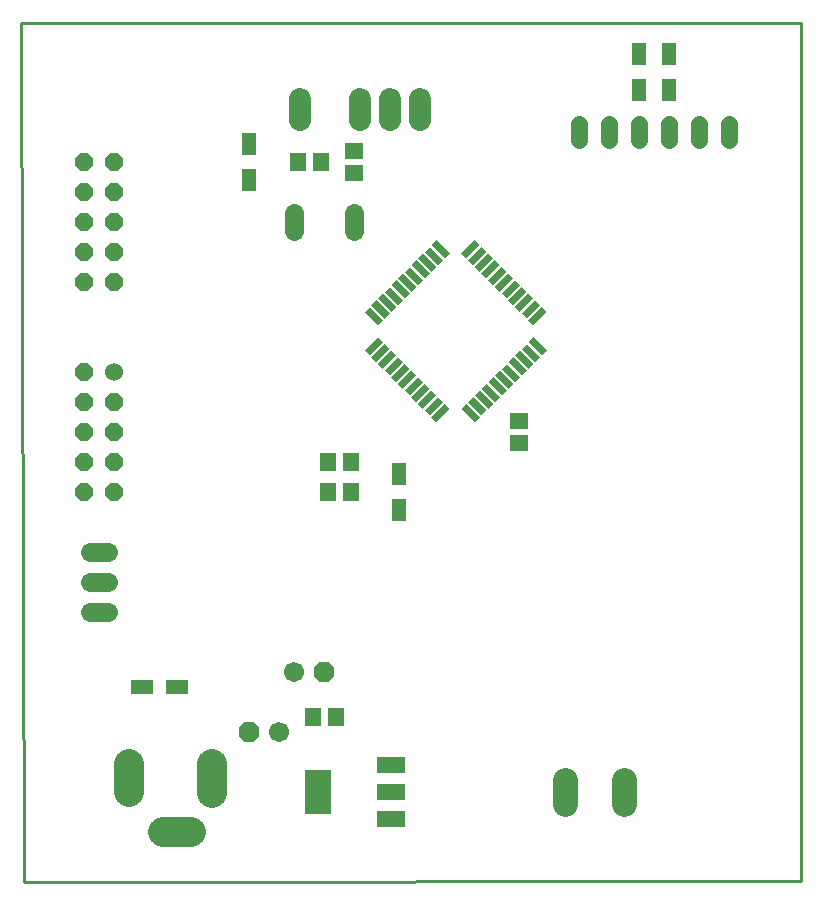
<source format=gbs>
G75*
%MOIN*%
%OFA0B0*%
%FSLAX25Y25*%
%IPPOS*%
%LPD*%
%AMOC8*
5,1,8,0,0,1.08239X$1,22.5*
%
%ADD10C,0.00000*%
%ADD11C,0.01000*%
%ADD12C,0.06700*%
%ADD13OC8,0.06700*%
%ADD14C,0.06000*%
%ADD15OC8,0.06000*%
%ADD16C,0.05600*%
%ADD17C,0.06400*%
%ADD18C,0.09849*%
%ADD19C,0.07400*%
%ADD20R,0.06306X0.02369*%
%ADD21R,0.02369X0.06306*%
%ADD22R,0.05124X0.07487*%
%ADD23R,0.07487X0.05124*%
%ADD24R,0.09199X0.05199*%
%ADD25R,0.09061X0.14573*%
%ADD26R,0.06306X0.05518*%
%ADD27R,0.05518X0.06306*%
%ADD28C,0.08200*%
D10*
X0247600Y0001984D02*
X0261600Y0002284D01*
D11*
X0002600Y0001984D02*
X0001500Y0288384D01*
X0261500Y0288384D01*
X0261600Y0002284D01*
X0002600Y0001984D01*
D12*
X0087600Y0051984D03*
X0092600Y0071984D03*
D13*
X0102600Y0071984D03*
X0077600Y0051984D03*
D14*
X0032600Y0171984D03*
D15*
X0032600Y0161984D03*
X0032600Y0151984D03*
X0032600Y0141984D03*
X0032600Y0131984D03*
X0022600Y0131984D03*
X0022600Y0141984D03*
X0022600Y0151984D03*
X0022600Y0161984D03*
X0022600Y0171984D03*
X0022600Y0201984D03*
X0032600Y0201984D03*
X0032600Y0211984D03*
X0032600Y0221984D03*
X0022600Y0221984D03*
X0022600Y0211984D03*
X0022600Y0231984D03*
X0022600Y0241984D03*
X0032600Y0241984D03*
X0032600Y0231984D03*
D16*
X0187600Y0249384D02*
X0187600Y0254584D01*
X0197600Y0254584D02*
X0197600Y0249384D01*
X0207600Y0249384D02*
X0207600Y0254584D01*
X0217600Y0254584D02*
X0217600Y0249384D01*
X0227600Y0249384D02*
X0227600Y0254584D01*
X0237600Y0254584D02*
X0237600Y0249384D01*
D17*
X0112600Y0224984D02*
X0112600Y0218984D01*
X0092600Y0218984D02*
X0092600Y0224984D01*
X0030600Y0111984D02*
X0024600Y0111984D01*
X0024600Y0101984D02*
X0030600Y0101984D01*
X0030600Y0091984D02*
X0024600Y0091984D01*
D18*
X0037421Y0041425D02*
X0037421Y0031976D01*
X0048839Y0018709D02*
X0058287Y0018709D01*
X0065000Y0031760D02*
X0065000Y0041209D01*
D19*
X0094569Y0256083D02*
X0094569Y0263083D01*
X0114569Y0263083D02*
X0114569Y0256083D01*
X0124569Y0256083D02*
X0124569Y0263083D01*
X0134569Y0263083D02*
X0134569Y0256083D01*
D20*
G36*
X0142717Y0209836D02*
X0138259Y0214294D01*
X0139933Y0215968D01*
X0144391Y0211510D01*
X0142717Y0209836D01*
G37*
G36*
X0140489Y0207609D02*
X0136031Y0212067D01*
X0137705Y0213741D01*
X0142163Y0209283D01*
X0140489Y0207609D01*
G37*
G36*
X0138262Y0205382D02*
X0133804Y0209840D01*
X0135478Y0211514D01*
X0139936Y0207056D01*
X0138262Y0205382D01*
G37*
G36*
X0136035Y0203155D02*
X0131577Y0207613D01*
X0133251Y0209287D01*
X0137709Y0204829D01*
X0136035Y0203155D01*
G37*
G36*
X0133808Y0200927D02*
X0129350Y0205385D01*
X0131024Y0207059D01*
X0135482Y0202601D01*
X0133808Y0200927D01*
G37*
G36*
X0131581Y0198700D02*
X0127123Y0203158D01*
X0128797Y0204832D01*
X0133255Y0200374D01*
X0131581Y0198700D01*
G37*
G36*
X0129354Y0196473D02*
X0124896Y0200931D01*
X0126570Y0202605D01*
X0131028Y0198147D01*
X0129354Y0196473D01*
G37*
G36*
X0127127Y0194246D02*
X0122669Y0198704D01*
X0124343Y0200378D01*
X0128801Y0195920D01*
X0127127Y0194246D01*
G37*
G36*
X0124900Y0192019D02*
X0120442Y0196477D01*
X0122116Y0198151D01*
X0126574Y0193693D01*
X0124900Y0192019D01*
G37*
G36*
X0122673Y0189792D02*
X0118215Y0194250D01*
X0119889Y0195924D01*
X0124347Y0191466D01*
X0122673Y0189792D01*
G37*
G36*
X0120445Y0187565D02*
X0115987Y0192023D01*
X0117661Y0193697D01*
X0122119Y0189239D01*
X0120445Y0187565D01*
G37*
G36*
X0152739Y0155272D02*
X0148281Y0159730D01*
X0149955Y0161404D01*
X0154413Y0156946D01*
X0152739Y0155272D01*
G37*
G36*
X0154966Y0157499D02*
X0150508Y0161957D01*
X0152182Y0163631D01*
X0156640Y0159173D01*
X0154966Y0157499D01*
G37*
G36*
X0157193Y0159726D02*
X0152735Y0164184D01*
X0154409Y0165858D01*
X0158867Y0161400D01*
X0157193Y0159726D01*
G37*
G36*
X0159420Y0161953D02*
X0154962Y0166411D01*
X0156636Y0168085D01*
X0161094Y0163627D01*
X0159420Y0161953D01*
G37*
G36*
X0161647Y0164180D02*
X0157189Y0168638D01*
X0158863Y0170312D01*
X0163321Y0165854D01*
X0161647Y0164180D01*
G37*
G36*
X0163874Y0166407D02*
X0159416Y0170865D01*
X0161090Y0172539D01*
X0165548Y0168081D01*
X0163874Y0166407D01*
G37*
G36*
X0166101Y0168634D02*
X0161643Y0173092D01*
X0163317Y0174766D01*
X0167775Y0170308D01*
X0166101Y0168634D01*
G37*
G36*
X0168328Y0170861D02*
X0163870Y0175319D01*
X0165544Y0176993D01*
X0170002Y0172535D01*
X0168328Y0170861D01*
G37*
G36*
X0170555Y0173089D02*
X0166097Y0177547D01*
X0167771Y0179221D01*
X0172229Y0174763D01*
X0170555Y0173089D01*
G37*
G36*
X0172783Y0175316D02*
X0168325Y0179774D01*
X0169999Y0181448D01*
X0174457Y0176990D01*
X0172783Y0175316D01*
G37*
G36*
X0175010Y0177543D02*
X0170552Y0182001D01*
X0172226Y0183675D01*
X0176684Y0179217D01*
X0175010Y0177543D01*
G37*
D21*
G36*
X0172226Y0187565D02*
X0170552Y0189239D01*
X0175010Y0193697D01*
X0176684Y0192023D01*
X0172226Y0187565D01*
G37*
G36*
X0169999Y0189792D02*
X0168325Y0191466D01*
X0172783Y0195924D01*
X0174457Y0194250D01*
X0169999Y0189792D01*
G37*
G36*
X0167771Y0192019D02*
X0166097Y0193693D01*
X0170555Y0198151D01*
X0172229Y0196477D01*
X0167771Y0192019D01*
G37*
G36*
X0165544Y0194246D02*
X0163870Y0195920D01*
X0168328Y0200378D01*
X0170002Y0198704D01*
X0165544Y0194246D01*
G37*
G36*
X0163317Y0196473D02*
X0161643Y0198147D01*
X0166101Y0202605D01*
X0167775Y0200931D01*
X0163317Y0196473D01*
G37*
G36*
X0161090Y0198700D02*
X0159416Y0200374D01*
X0163874Y0204832D01*
X0165548Y0203158D01*
X0161090Y0198700D01*
G37*
G36*
X0158863Y0200927D02*
X0157189Y0202601D01*
X0161647Y0207059D01*
X0163321Y0205385D01*
X0158863Y0200927D01*
G37*
G36*
X0156636Y0203155D02*
X0154962Y0204829D01*
X0159420Y0209287D01*
X0161094Y0207613D01*
X0156636Y0203155D01*
G37*
G36*
X0154409Y0205382D02*
X0152735Y0207056D01*
X0157193Y0211514D01*
X0158867Y0209840D01*
X0154409Y0205382D01*
G37*
G36*
X0152182Y0207609D02*
X0150508Y0209283D01*
X0154966Y0213741D01*
X0156640Y0212067D01*
X0152182Y0207609D01*
G37*
G36*
X0149955Y0209836D02*
X0148281Y0211510D01*
X0152739Y0215968D01*
X0154413Y0214294D01*
X0149955Y0209836D01*
G37*
G36*
X0119889Y0175316D02*
X0118215Y0176990D01*
X0122673Y0181448D01*
X0124347Y0179774D01*
X0119889Y0175316D01*
G37*
G36*
X0122116Y0173089D02*
X0120442Y0174763D01*
X0124900Y0179221D01*
X0126574Y0177547D01*
X0122116Y0173089D01*
G37*
G36*
X0124343Y0170861D02*
X0122669Y0172535D01*
X0127127Y0176993D01*
X0128801Y0175319D01*
X0124343Y0170861D01*
G37*
G36*
X0126570Y0168634D02*
X0124896Y0170308D01*
X0129354Y0174766D01*
X0131028Y0173092D01*
X0126570Y0168634D01*
G37*
G36*
X0128797Y0166407D02*
X0127123Y0168081D01*
X0131581Y0172539D01*
X0133255Y0170865D01*
X0128797Y0166407D01*
G37*
G36*
X0131024Y0164180D02*
X0129350Y0165854D01*
X0133808Y0170312D01*
X0135482Y0168638D01*
X0131024Y0164180D01*
G37*
G36*
X0133251Y0161953D02*
X0131577Y0163627D01*
X0136035Y0168085D01*
X0137709Y0166411D01*
X0133251Y0161953D01*
G37*
G36*
X0135478Y0159726D02*
X0133804Y0161400D01*
X0138262Y0165858D01*
X0139936Y0164184D01*
X0135478Y0159726D01*
G37*
G36*
X0137705Y0157499D02*
X0136031Y0159173D01*
X0140489Y0163631D01*
X0142163Y0161957D01*
X0137705Y0157499D01*
G37*
G36*
X0139933Y0155272D02*
X0138259Y0156946D01*
X0142717Y0161404D01*
X0144391Y0159730D01*
X0139933Y0155272D01*
G37*
G36*
X0117661Y0177543D02*
X0115987Y0179217D01*
X0120445Y0183675D01*
X0122119Y0182001D01*
X0117661Y0177543D01*
G37*
D22*
X0127600Y0137886D03*
X0127600Y0126083D03*
X0077600Y0236083D03*
X0077600Y0247886D03*
X0207600Y0266083D03*
X0217600Y0266083D03*
X0217600Y0277886D03*
X0207600Y0277886D03*
D23*
X0053502Y0066984D03*
X0041698Y0066984D03*
D24*
X0124801Y0041083D03*
X0124801Y0031984D03*
X0124801Y0022886D03*
D25*
X0100399Y0031984D03*
D26*
X0167600Y0148244D03*
X0167600Y0155724D03*
X0112600Y0238244D03*
X0112600Y0245724D03*
D27*
X0101340Y0241984D03*
X0093860Y0241984D03*
X0103860Y0141984D03*
X0111340Y0141984D03*
X0111340Y0131984D03*
X0103860Y0131984D03*
X0106340Y0056984D03*
X0098860Y0056984D03*
D28*
X0182700Y0035884D02*
X0182700Y0028084D01*
X0202500Y0028084D02*
X0202500Y0035884D01*
M02*

</source>
